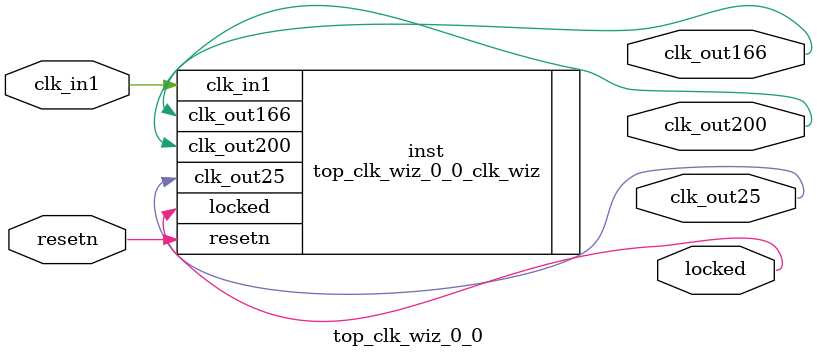
<source format=v>


`timescale 1ps/1ps

(* CORE_GENERATION_INFO = "top_clk_wiz_0_0,clk_wiz_v6_0_8_0_0,{component_name=top_clk_wiz_0_0,use_phase_alignment=true,use_min_o_jitter=false,use_max_i_jitter=false,use_dyn_phase_shift=false,use_inclk_switchover=false,use_dyn_reconfig=false,enable_axi=0,feedback_source=FDBK_AUTO,PRIMITIVE=MMCM,num_out_clk=3,clkin1_period=10.000,clkin2_period=10.000,use_power_down=false,use_reset=true,use_locked=true,use_inclk_stopped=false,feedback_type=SINGLE,CLOCK_MGR_TYPE=NA,manual_override=false}" *)

module top_clk_wiz_0_0 
 (
  // Clock out ports
  output        clk_out166,
  output        clk_out200,
  output        clk_out25,
  // Status and control signals
  input         resetn,
  output        locked,
 // Clock in ports
  input         clk_in1
 );

  top_clk_wiz_0_0_clk_wiz inst
  (
  // Clock out ports  
  .clk_out166(clk_out166),
  .clk_out200(clk_out200),
  .clk_out25(clk_out25),
  // Status and control signals               
  .resetn(resetn), 
  .locked(locked),
 // Clock in ports
  .clk_in1(clk_in1)
  );

endmodule

</source>
